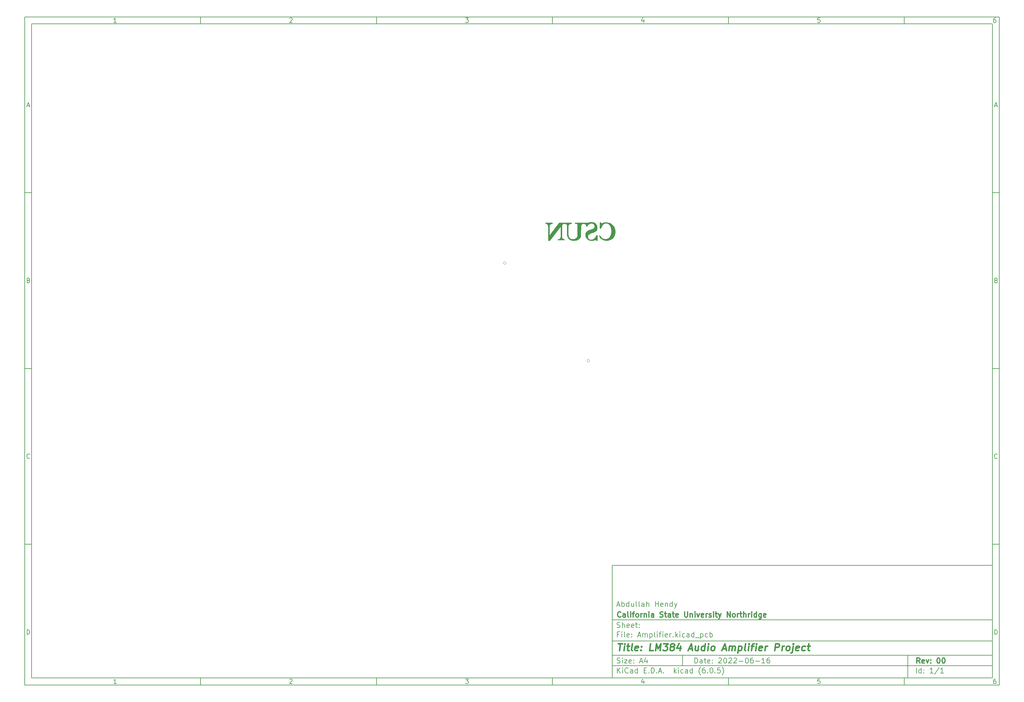
<source format=gbo>
%TF.GenerationSoftware,KiCad,Pcbnew,(6.0.5)*%
%TF.CreationDate,2022-06-17T11:53:50-07:00*%
%TF.ProjectId,Amplifier,416d706c-6966-4696-9572-2e6b69636164,00*%
%TF.SameCoordinates,Original*%
%TF.FileFunction,Legend,Bot*%
%TF.FilePolarity,Positive*%
%FSLAX46Y46*%
G04 Gerber Fmt 4.6, Leading zero omitted, Abs format (unit mm)*
G04 Created by KiCad (PCBNEW (6.0.5)) date 2022-06-17 11:53:50*
%MOMM*%
%LPD*%
G01*
G04 APERTURE LIST*
%ADD10C,0.100000*%
%ADD11C,0.150000*%
%ADD12C,0.300000*%
%ADD13C,0.400000*%
%ADD14C,0.120000*%
G04 APERTURE END LIST*
D10*
D11*
X177002200Y-166007200D02*
X177002200Y-198007200D01*
X285002200Y-198007200D01*
X285002200Y-166007200D01*
X177002200Y-166007200D01*
D10*
D11*
X10000000Y-10000000D02*
X10000000Y-200007200D01*
X287002200Y-200007200D01*
X287002200Y-10000000D01*
X10000000Y-10000000D01*
D10*
D11*
X12000000Y-12000000D02*
X12000000Y-198007200D01*
X285002200Y-198007200D01*
X285002200Y-12000000D01*
X12000000Y-12000000D01*
D10*
D11*
X60000000Y-12000000D02*
X60000000Y-10000000D01*
D10*
D11*
X110000000Y-12000000D02*
X110000000Y-10000000D01*
D10*
D11*
X160000000Y-12000000D02*
X160000000Y-10000000D01*
D10*
D11*
X210000000Y-12000000D02*
X210000000Y-10000000D01*
D10*
D11*
X260000000Y-12000000D02*
X260000000Y-10000000D01*
D10*
D11*
X36065476Y-11588095D02*
X35322619Y-11588095D01*
X35694047Y-11588095D02*
X35694047Y-10288095D01*
X35570238Y-10473809D01*
X35446428Y-10597619D01*
X35322619Y-10659523D01*
D10*
D11*
X85322619Y-10411904D02*
X85384523Y-10350000D01*
X85508333Y-10288095D01*
X85817857Y-10288095D01*
X85941666Y-10350000D01*
X86003571Y-10411904D01*
X86065476Y-10535714D01*
X86065476Y-10659523D01*
X86003571Y-10845238D01*
X85260714Y-11588095D01*
X86065476Y-11588095D01*
D10*
D11*
X135260714Y-10288095D02*
X136065476Y-10288095D01*
X135632142Y-10783333D01*
X135817857Y-10783333D01*
X135941666Y-10845238D01*
X136003571Y-10907142D01*
X136065476Y-11030952D01*
X136065476Y-11340476D01*
X136003571Y-11464285D01*
X135941666Y-11526190D01*
X135817857Y-11588095D01*
X135446428Y-11588095D01*
X135322619Y-11526190D01*
X135260714Y-11464285D01*
D10*
D11*
X185941666Y-10721428D02*
X185941666Y-11588095D01*
X185632142Y-10226190D02*
X185322619Y-11154761D01*
X186127380Y-11154761D01*
D10*
D11*
X236003571Y-10288095D02*
X235384523Y-10288095D01*
X235322619Y-10907142D01*
X235384523Y-10845238D01*
X235508333Y-10783333D01*
X235817857Y-10783333D01*
X235941666Y-10845238D01*
X236003571Y-10907142D01*
X236065476Y-11030952D01*
X236065476Y-11340476D01*
X236003571Y-11464285D01*
X235941666Y-11526190D01*
X235817857Y-11588095D01*
X235508333Y-11588095D01*
X235384523Y-11526190D01*
X235322619Y-11464285D01*
D10*
D11*
X285941666Y-10288095D02*
X285694047Y-10288095D01*
X285570238Y-10350000D01*
X285508333Y-10411904D01*
X285384523Y-10597619D01*
X285322619Y-10845238D01*
X285322619Y-11340476D01*
X285384523Y-11464285D01*
X285446428Y-11526190D01*
X285570238Y-11588095D01*
X285817857Y-11588095D01*
X285941666Y-11526190D01*
X286003571Y-11464285D01*
X286065476Y-11340476D01*
X286065476Y-11030952D01*
X286003571Y-10907142D01*
X285941666Y-10845238D01*
X285817857Y-10783333D01*
X285570238Y-10783333D01*
X285446428Y-10845238D01*
X285384523Y-10907142D01*
X285322619Y-11030952D01*
D10*
D11*
X60000000Y-198007200D02*
X60000000Y-200007200D01*
D10*
D11*
X110000000Y-198007200D02*
X110000000Y-200007200D01*
D10*
D11*
X160000000Y-198007200D02*
X160000000Y-200007200D01*
D10*
D11*
X210000000Y-198007200D02*
X210000000Y-200007200D01*
D10*
D11*
X260000000Y-198007200D02*
X260000000Y-200007200D01*
D10*
D11*
X36065476Y-199595295D02*
X35322619Y-199595295D01*
X35694047Y-199595295D02*
X35694047Y-198295295D01*
X35570238Y-198481009D01*
X35446428Y-198604819D01*
X35322619Y-198666723D01*
D10*
D11*
X85322619Y-198419104D02*
X85384523Y-198357200D01*
X85508333Y-198295295D01*
X85817857Y-198295295D01*
X85941666Y-198357200D01*
X86003571Y-198419104D01*
X86065476Y-198542914D01*
X86065476Y-198666723D01*
X86003571Y-198852438D01*
X85260714Y-199595295D01*
X86065476Y-199595295D01*
D10*
D11*
X135260714Y-198295295D02*
X136065476Y-198295295D01*
X135632142Y-198790533D01*
X135817857Y-198790533D01*
X135941666Y-198852438D01*
X136003571Y-198914342D01*
X136065476Y-199038152D01*
X136065476Y-199347676D01*
X136003571Y-199471485D01*
X135941666Y-199533390D01*
X135817857Y-199595295D01*
X135446428Y-199595295D01*
X135322619Y-199533390D01*
X135260714Y-199471485D01*
D10*
D11*
X185941666Y-198728628D02*
X185941666Y-199595295D01*
X185632142Y-198233390D02*
X185322619Y-199161961D01*
X186127380Y-199161961D01*
D10*
D11*
X236003571Y-198295295D02*
X235384523Y-198295295D01*
X235322619Y-198914342D01*
X235384523Y-198852438D01*
X235508333Y-198790533D01*
X235817857Y-198790533D01*
X235941666Y-198852438D01*
X236003571Y-198914342D01*
X236065476Y-199038152D01*
X236065476Y-199347676D01*
X236003571Y-199471485D01*
X235941666Y-199533390D01*
X235817857Y-199595295D01*
X235508333Y-199595295D01*
X235384523Y-199533390D01*
X235322619Y-199471485D01*
D10*
D11*
X285941666Y-198295295D02*
X285694047Y-198295295D01*
X285570238Y-198357200D01*
X285508333Y-198419104D01*
X285384523Y-198604819D01*
X285322619Y-198852438D01*
X285322619Y-199347676D01*
X285384523Y-199471485D01*
X285446428Y-199533390D01*
X285570238Y-199595295D01*
X285817857Y-199595295D01*
X285941666Y-199533390D01*
X286003571Y-199471485D01*
X286065476Y-199347676D01*
X286065476Y-199038152D01*
X286003571Y-198914342D01*
X285941666Y-198852438D01*
X285817857Y-198790533D01*
X285570238Y-198790533D01*
X285446428Y-198852438D01*
X285384523Y-198914342D01*
X285322619Y-199038152D01*
D10*
D11*
X10000000Y-60000000D02*
X12000000Y-60000000D01*
D10*
D11*
X10000000Y-110000000D02*
X12000000Y-110000000D01*
D10*
D11*
X10000000Y-160000000D02*
X12000000Y-160000000D01*
D10*
D11*
X10690476Y-35216666D02*
X11309523Y-35216666D01*
X10566666Y-35588095D02*
X11000000Y-34288095D01*
X11433333Y-35588095D01*
D10*
D11*
X11092857Y-84907142D02*
X11278571Y-84969047D01*
X11340476Y-85030952D01*
X11402380Y-85154761D01*
X11402380Y-85340476D01*
X11340476Y-85464285D01*
X11278571Y-85526190D01*
X11154761Y-85588095D01*
X10659523Y-85588095D01*
X10659523Y-84288095D01*
X11092857Y-84288095D01*
X11216666Y-84350000D01*
X11278571Y-84411904D01*
X11340476Y-84535714D01*
X11340476Y-84659523D01*
X11278571Y-84783333D01*
X11216666Y-84845238D01*
X11092857Y-84907142D01*
X10659523Y-84907142D01*
D10*
D11*
X11402380Y-135464285D02*
X11340476Y-135526190D01*
X11154761Y-135588095D01*
X11030952Y-135588095D01*
X10845238Y-135526190D01*
X10721428Y-135402380D01*
X10659523Y-135278571D01*
X10597619Y-135030952D01*
X10597619Y-134845238D01*
X10659523Y-134597619D01*
X10721428Y-134473809D01*
X10845238Y-134350000D01*
X11030952Y-134288095D01*
X11154761Y-134288095D01*
X11340476Y-134350000D01*
X11402380Y-134411904D01*
D10*
D11*
X10659523Y-185588095D02*
X10659523Y-184288095D01*
X10969047Y-184288095D01*
X11154761Y-184350000D01*
X11278571Y-184473809D01*
X11340476Y-184597619D01*
X11402380Y-184845238D01*
X11402380Y-185030952D01*
X11340476Y-185278571D01*
X11278571Y-185402380D01*
X11154761Y-185526190D01*
X10969047Y-185588095D01*
X10659523Y-185588095D01*
D10*
D11*
X287002200Y-60000000D02*
X285002200Y-60000000D01*
D10*
D11*
X287002200Y-110000000D02*
X285002200Y-110000000D01*
D10*
D11*
X287002200Y-160000000D02*
X285002200Y-160000000D01*
D10*
D11*
X285692676Y-35216666D02*
X286311723Y-35216666D01*
X285568866Y-35588095D02*
X286002200Y-34288095D01*
X286435533Y-35588095D01*
D10*
D11*
X286095057Y-84907142D02*
X286280771Y-84969047D01*
X286342676Y-85030952D01*
X286404580Y-85154761D01*
X286404580Y-85340476D01*
X286342676Y-85464285D01*
X286280771Y-85526190D01*
X286156961Y-85588095D01*
X285661723Y-85588095D01*
X285661723Y-84288095D01*
X286095057Y-84288095D01*
X286218866Y-84350000D01*
X286280771Y-84411904D01*
X286342676Y-84535714D01*
X286342676Y-84659523D01*
X286280771Y-84783333D01*
X286218866Y-84845238D01*
X286095057Y-84907142D01*
X285661723Y-84907142D01*
D10*
D11*
X286404580Y-135464285D02*
X286342676Y-135526190D01*
X286156961Y-135588095D01*
X286033152Y-135588095D01*
X285847438Y-135526190D01*
X285723628Y-135402380D01*
X285661723Y-135278571D01*
X285599819Y-135030952D01*
X285599819Y-134845238D01*
X285661723Y-134597619D01*
X285723628Y-134473809D01*
X285847438Y-134350000D01*
X286033152Y-134288095D01*
X286156961Y-134288095D01*
X286342676Y-134350000D01*
X286404580Y-134411904D01*
D10*
D11*
X285661723Y-185588095D02*
X285661723Y-184288095D01*
X285971247Y-184288095D01*
X286156961Y-184350000D01*
X286280771Y-184473809D01*
X286342676Y-184597619D01*
X286404580Y-184845238D01*
X286404580Y-185030952D01*
X286342676Y-185278571D01*
X286280771Y-185402380D01*
X286156961Y-185526190D01*
X285971247Y-185588095D01*
X285661723Y-185588095D01*
D10*
D11*
X200434342Y-193785771D02*
X200434342Y-192285771D01*
X200791485Y-192285771D01*
X201005771Y-192357200D01*
X201148628Y-192500057D01*
X201220057Y-192642914D01*
X201291485Y-192928628D01*
X201291485Y-193142914D01*
X201220057Y-193428628D01*
X201148628Y-193571485D01*
X201005771Y-193714342D01*
X200791485Y-193785771D01*
X200434342Y-193785771D01*
X202577200Y-193785771D02*
X202577200Y-193000057D01*
X202505771Y-192857200D01*
X202362914Y-192785771D01*
X202077200Y-192785771D01*
X201934342Y-192857200D01*
X202577200Y-193714342D02*
X202434342Y-193785771D01*
X202077200Y-193785771D01*
X201934342Y-193714342D01*
X201862914Y-193571485D01*
X201862914Y-193428628D01*
X201934342Y-193285771D01*
X202077200Y-193214342D01*
X202434342Y-193214342D01*
X202577200Y-193142914D01*
X203077200Y-192785771D02*
X203648628Y-192785771D01*
X203291485Y-192285771D02*
X203291485Y-193571485D01*
X203362914Y-193714342D01*
X203505771Y-193785771D01*
X203648628Y-193785771D01*
X204720057Y-193714342D02*
X204577200Y-193785771D01*
X204291485Y-193785771D01*
X204148628Y-193714342D01*
X204077200Y-193571485D01*
X204077200Y-193000057D01*
X204148628Y-192857200D01*
X204291485Y-192785771D01*
X204577200Y-192785771D01*
X204720057Y-192857200D01*
X204791485Y-193000057D01*
X204791485Y-193142914D01*
X204077200Y-193285771D01*
X205434342Y-193642914D02*
X205505771Y-193714342D01*
X205434342Y-193785771D01*
X205362914Y-193714342D01*
X205434342Y-193642914D01*
X205434342Y-193785771D01*
X205434342Y-192857200D02*
X205505771Y-192928628D01*
X205434342Y-193000057D01*
X205362914Y-192928628D01*
X205434342Y-192857200D01*
X205434342Y-193000057D01*
X207220057Y-192428628D02*
X207291485Y-192357200D01*
X207434342Y-192285771D01*
X207791485Y-192285771D01*
X207934342Y-192357200D01*
X208005771Y-192428628D01*
X208077200Y-192571485D01*
X208077200Y-192714342D01*
X208005771Y-192928628D01*
X207148628Y-193785771D01*
X208077200Y-193785771D01*
X209005771Y-192285771D02*
X209148628Y-192285771D01*
X209291485Y-192357200D01*
X209362914Y-192428628D01*
X209434342Y-192571485D01*
X209505771Y-192857200D01*
X209505771Y-193214342D01*
X209434342Y-193500057D01*
X209362914Y-193642914D01*
X209291485Y-193714342D01*
X209148628Y-193785771D01*
X209005771Y-193785771D01*
X208862914Y-193714342D01*
X208791485Y-193642914D01*
X208720057Y-193500057D01*
X208648628Y-193214342D01*
X208648628Y-192857200D01*
X208720057Y-192571485D01*
X208791485Y-192428628D01*
X208862914Y-192357200D01*
X209005771Y-192285771D01*
X210077200Y-192428628D02*
X210148628Y-192357200D01*
X210291485Y-192285771D01*
X210648628Y-192285771D01*
X210791485Y-192357200D01*
X210862914Y-192428628D01*
X210934342Y-192571485D01*
X210934342Y-192714342D01*
X210862914Y-192928628D01*
X210005771Y-193785771D01*
X210934342Y-193785771D01*
X211505771Y-192428628D02*
X211577200Y-192357200D01*
X211720057Y-192285771D01*
X212077200Y-192285771D01*
X212220057Y-192357200D01*
X212291485Y-192428628D01*
X212362914Y-192571485D01*
X212362914Y-192714342D01*
X212291485Y-192928628D01*
X211434342Y-193785771D01*
X212362914Y-193785771D01*
X213005771Y-193214342D02*
X214148628Y-193214342D01*
X215148628Y-192285771D02*
X215291485Y-192285771D01*
X215434342Y-192357200D01*
X215505771Y-192428628D01*
X215577200Y-192571485D01*
X215648628Y-192857200D01*
X215648628Y-193214342D01*
X215577200Y-193500057D01*
X215505771Y-193642914D01*
X215434342Y-193714342D01*
X215291485Y-193785771D01*
X215148628Y-193785771D01*
X215005771Y-193714342D01*
X214934342Y-193642914D01*
X214862914Y-193500057D01*
X214791485Y-193214342D01*
X214791485Y-192857200D01*
X214862914Y-192571485D01*
X214934342Y-192428628D01*
X215005771Y-192357200D01*
X215148628Y-192285771D01*
X216934342Y-192285771D02*
X216648628Y-192285771D01*
X216505771Y-192357200D01*
X216434342Y-192428628D01*
X216291485Y-192642914D01*
X216220057Y-192928628D01*
X216220057Y-193500057D01*
X216291485Y-193642914D01*
X216362914Y-193714342D01*
X216505771Y-193785771D01*
X216791485Y-193785771D01*
X216934342Y-193714342D01*
X217005771Y-193642914D01*
X217077200Y-193500057D01*
X217077200Y-193142914D01*
X217005771Y-193000057D01*
X216934342Y-192928628D01*
X216791485Y-192857200D01*
X216505771Y-192857200D01*
X216362914Y-192928628D01*
X216291485Y-193000057D01*
X216220057Y-193142914D01*
X217720057Y-193214342D02*
X218862914Y-193214342D01*
X220362914Y-193785771D02*
X219505771Y-193785771D01*
X219934342Y-193785771D02*
X219934342Y-192285771D01*
X219791485Y-192500057D01*
X219648628Y-192642914D01*
X219505771Y-192714342D01*
X221648628Y-192285771D02*
X221362914Y-192285771D01*
X221220057Y-192357200D01*
X221148628Y-192428628D01*
X221005771Y-192642914D01*
X220934342Y-192928628D01*
X220934342Y-193500057D01*
X221005771Y-193642914D01*
X221077200Y-193714342D01*
X221220057Y-193785771D01*
X221505771Y-193785771D01*
X221648628Y-193714342D01*
X221720057Y-193642914D01*
X221791485Y-193500057D01*
X221791485Y-193142914D01*
X221720057Y-193000057D01*
X221648628Y-192928628D01*
X221505771Y-192857200D01*
X221220057Y-192857200D01*
X221077200Y-192928628D01*
X221005771Y-193000057D01*
X220934342Y-193142914D01*
D10*
D11*
X177002200Y-194507200D02*
X285002200Y-194507200D01*
D10*
D11*
X178434342Y-196585771D02*
X178434342Y-195085771D01*
X179291485Y-196585771D02*
X178648628Y-195728628D01*
X179291485Y-195085771D02*
X178434342Y-195942914D01*
X179934342Y-196585771D02*
X179934342Y-195585771D01*
X179934342Y-195085771D02*
X179862914Y-195157200D01*
X179934342Y-195228628D01*
X180005771Y-195157200D01*
X179934342Y-195085771D01*
X179934342Y-195228628D01*
X181505771Y-196442914D02*
X181434342Y-196514342D01*
X181220057Y-196585771D01*
X181077200Y-196585771D01*
X180862914Y-196514342D01*
X180720057Y-196371485D01*
X180648628Y-196228628D01*
X180577200Y-195942914D01*
X180577200Y-195728628D01*
X180648628Y-195442914D01*
X180720057Y-195300057D01*
X180862914Y-195157200D01*
X181077200Y-195085771D01*
X181220057Y-195085771D01*
X181434342Y-195157200D01*
X181505771Y-195228628D01*
X182791485Y-196585771D02*
X182791485Y-195800057D01*
X182720057Y-195657200D01*
X182577200Y-195585771D01*
X182291485Y-195585771D01*
X182148628Y-195657200D01*
X182791485Y-196514342D02*
X182648628Y-196585771D01*
X182291485Y-196585771D01*
X182148628Y-196514342D01*
X182077200Y-196371485D01*
X182077200Y-196228628D01*
X182148628Y-196085771D01*
X182291485Y-196014342D01*
X182648628Y-196014342D01*
X182791485Y-195942914D01*
X184148628Y-196585771D02*
X184148628Y-195085771D01*
X184148628Y-196514342D02*
X184005771Y-196585771D01*
X183720057Y-196585771D01*
X183577200Y-196514342D01*
X183505771Y-196442914D01*
X183434342Y-196300057D01*
X183434342Y-195871485D01*
X183505771Y-195728628D01*
X183577200Y-195657200D01*
X183720057Y-195585771D01*
X184005771Y-195585771D01*
X184148628Y-195657200D01*
X186005771Y-195800057D02*
X186505771Y-195800057D01*
X186720057Y-196585771D02*
X186005771Y-196585771D01*
X186005771Y-195085771D01*
X186720057Y-195085771D01*
X187362914Y-196442914D02*
X187434342Y-196514342D01*
X187362914Y-196585771D01*
X187291485Y-196514342D01*
X187362914Y-196442914D01*
X187362914Y-196585771D01*
X188077200Y-196585771D02*
X188077200Y-195085771D01*
X188434342Y-195085771D01*
X188648628Y-195157200D01*
X188791485Y-195300057D01*
X188862914Y-195442914D01*
X188934342Y-195728628D01*
X188934342Y-195942914D01*
X188862914Y-196228628D01*
X188791485Y-196371485D01*
X188648628Y-196514342D01*
X188434342Y-196585771D01*
X188077200Y-196585771D01*
X189577200Y-196442914D02*
X189648628Y-196514342D01*
X189577200Y-196585771D01*
X189505771Y-196514342D01*
X189577200Y-196442914D01*
X189577200Y-196585771D01*
X190220057Y-196157200D02*
X190934342Y-196157200D01*
X190077200Y-196585771D02*
X190577200Y-195085771D01*
X191077200Y-196585771D01*
X191577200Y-196442914D02*
X191648628Y-196514342D01*
X191577200Y-196585771D01*
X191505771Y-196514342D01*
X191577200Y-196442914D01*
X191577200Y-196585771D01*
X194577200Y-196585771D02*
X194577200Y-195085771D01*
X194720057Y-196014342D02*
X195148628Y-196585771D01*
X195148628Y-195585771D02*
X194577200Y-196157200D01*
X195791485Y-196585771D02*
X195791485Y-195585771D01*
X195791485Y-195085771D02*
X195720057Y-195157200D01*
X195791485Y-195228628D01*
X195862914Y-195157200D01*
X195791485Y-195085771D01*
X195791485Y-195228628D01*
X197148628Y-196514342D02*
X197005771Y-196585771D01*
X196720057Y-196585771D01*
X196577200Y-196514342D01*
X196505771Y-196442914D01*
X196434342Y-196300057D01*
X196434342Y-195871485D01*
X196505771Y-195728628D01*
X196577200Y-195657200D01*
X196720057Y-195585771D01*
X197005771Y-195585771D01*
X197148628Y-195657200D01*
X198434342Y-196585771D02*
X198434342Y-195800057D01*
X198362914Y-195657200D01*
X198220057Y-195585771D01*
X197934342Y-195585771D01*
X197791485Y-195657200D01*
X198434342Y-196514342D02*
X198291485Y-196585771D01*
X197934342Y-196585771D01*
X197791485Y-196514342D01*
X197720057Y-196371485D01*
X197720057Y-196228628D01*
X197791485Y-196085771D01*
X197934342Y-196014342D01*
X198291485Y-196014342D01*
X198434342Y-195942914D01*
X199791485Y-196585771D02*
X199791485Y-195085771D01*
X199791485Y-196514342D02*
X199648628Y-196585771D01*
X199362914Y-196585771D01*
X199220057Y-196514342D01*
X199148628Y-196442914D01*
X199077200Y-196300057D01*
X199077200Y-195871485D01*
X199148628Y-195728628D01*
X199220057Y-195657200D01*
X199362914Y-195585771D01*
X199648628Y-195585771D01*
X199791485Y-195657200D01*
X202077200Y-197157200D02*
X202005771Y-197085771D01*
X201862914Y-196871485D01*
X201791485Y-196728628D01*
X201720057Y-196514342D01*
X201648628Y-196157200D01*
X201648628Y-195871485D01*
X201720057Y-195514342D01*
X201791485Y-195300057D01*
X201862914Y-195157200D01*
X202005771Y-194942914D01*
X202077200Y-194871485D01*
X203291485Y-195085771D02*
X203005771Y-195085771D01*
X202862914Y-195157200D01*
X202791485Y-195228628D01*
X202648628Y-195442914D01*
X202577200Y-195728628D01*
X202577200Y-196300057D01*
X202648628Y-196442914D01*
X202720057Y-196514342D01*
X202862914Y-196585771D01*
X203148628Y-196585771D01*
X203291485Y-196514342D01*
X203362914Y-196442914D01*
X203434342Y-196300057D01*
X203434342Y-195942914D01*
X203362914Y-195800057D01*
X203291485Y-195728628D01*
X203148628Y-195657200D01*
X202862914Y-195657200D01*
X202720057Y-195728628D01*
X202648628Y-195800057D01*
X202577200Y-195942914D01*
X204077200Y-196442914D02*
X204148628Y-196514342D01*
X204077200Y-196585771D01*
X204005771Y-196514342D01*
X204077200Y-196442914D01*
X204077200Y-196585771D01*
X205077200Y-195085771D02*
X205220057Y-195085771D01*
X205362914Y-195157200D01*
X205434342Y-195228628D01*
X205505771Y-195371485D01*
X205577200Y-195657200D01*
X205577200Y-196014342D01*
X205505771Y-196300057D01*
X205434342Y-196442914D01*
X205362914Y-196514342D01*
X205220057Y-196585771D01*
X205077200Y-196585771D01*
X204934342Y-196514342D01*
X204862914Y-196442914D01*
X204791485Y-196300057D01*
X204720057Y-196014342D01*
X204720057Y-195657200D01*
X204791485Y-195371485D01*
X204862914Y-195228628D01*
X204934342Y-195157200D01*
X205077200Y-195085771D01*
X206220057Y-196442914D02*
X206291485Y-196514342D01*
X206220057Y-196585771D01*
X206148628Y-196514342D01*
X206220057Y-196442914D01*
X206220057Y-196585771D01*
X207648628Y-195085771D02*
X206934342Y-195085771D01*
X206862914Y-195800057D01*
X206934342Y-195728628D01*
X207077200Y-195657200D01*
X207434342Y-195657200D01*
X207577200Y-195728628D01*
X207648628Y-195800057D01*
X207720057Y-195942914D01*
X207720057Y-196300057D01*
X207648628Y-196442914D01*
X207577200Y-196514342D01*
X207434342Y-196585771D01*
X207077200Y-196585771D01*
X206934342Y-196514342D01*
X206862914Y-196442914D01*
X208220057Y-197157200D02*
X208291485Y-197085771D01*
X208434342Y-196871485D01*
X208505771Y-196728628D01*
X208577200Y-196514342D01*
X208648628Y-196157200D01*
X208648628Y-195871485D01*
X208577200Y-195514342D01*
X208505771Y-195300057D01*
X208434342Y-195157200D01*
X208291485Y-194942914D01*
X208220057Y-194871485D01*
D10*
D11*
X177002200Y-191507200D02*
X285002200Y-191507200D01*
D10*
D12*
X264411485Y-193785771D02*
X263911485Y-193071485D01*
X263554342Y-193785771D02*
X263554342Y-192285771D01*
X264125771Y-192285771D01*
X264268628Y-192357200D01*
X264340057Y-192428628D01*
X264411485Y-192571485D01*
X264411485Y-192785771D01*
X264340057Y-192928628D01*
X264268628Y-193000057D01*
X264125771Y-193071485D01*
X263554342Y-193071485D01*
X265625771Y-193714342D02*
X265482914Y-193785771D01*
X265197200Y-193785771D01*
X265054342Y-193714342D01*
X264982914Y-193571485D01*
X264982914Y-193000057D01*
X265054342Y-192857200D01*
X265197200Y-192785771D01*
X265482914Y-192785771D01*
X265625771Y-192857200D01*
X265697200Y-193000057D01*
X265697200Y-193142914D01*
X264982914Y-193285771D01*
X266197200Y-192785771D02*
X266554342Y-193785771D01*
X266911485Y-192785771D01*
X267482914Y-193642914D02*
X267554342Y-193714342D01*
X267482914Y-193785771D01*
X267411485Y-193714342D01*
X267482914Y-193642914D01*
X267482914Y-193785771D01*
X267482914Y-192857200D02*
X267554342Y-192928628D01*
X267482914Y-193000057D01*
X267411485Y-192928628D01*
X267482914Y-192857200D01*
X267482914Y-193000057D01*
X269625771Y-192285771D02*
X269768628Y-192285771D01*
X269911485Y-192357200D01*
X269982914Y-192428628D01*
X270054342Y-192571485D01*
X270125771Y-192857200D01*
X270125771Y-193214342D01*
X270054342Y-193500057D01*
X269982914Y-193642914D01*
X269911485Y-193714342D01*
X269768628Y-193785771D01*
X269625771Y-193785771D01*
X269482914Y-193714342D01*
X269411485Y-193642914D01*
X269340057Y-193500057D01*
X269268628Y-193214342D01*
X269268628Y-192857200D01*
X269340057Y-192571485D01*
X269411485Y-192428628D01*
X269482914Y-192357200D01*
X269625771Y-192285771D01*
X271054342Y-192285771D02*
X271197200Y-192285771D01*
X271340057Y-192357200D01*
X271411485Y-192428628D01*
X271482914Y-192571485D01*
X271554342Y-192857200D01*
X271554342Y-193214342D01*
X271482914Y-193500057D01*
X271411485Y-193642914D01*
X271340057Y-193714342D01*
X271197200Y-193785771D01*
X271054342Y-193785771D01*
X270911485Y-193714342D01*
X270840057Y-193642914D01*
X270768628Y-193500057D01*
X270697200Y-193214342D01*
X270697200Y-192857200D01*
X270768628Y-192571485D01*
X270840057Y-192428628D01*
X270911485Y-192357200D01*
X271054342Y-192285771D01*
D10*
D11*
X178362914Y-193714342D02*
X178577200Y-193785771D01*
X178934342Y-193785771D01*
X179077200Y-193714342D01*
X179148628Y-193642914D01*
X179220057Y-193500057D01*
X179220057Y-193357200D01*
X179148628Y-193214342D01*
X179077200Y-193142914D01*
X178934342Y-193071485D01*
X178648628Y-193000057D01*
X178505771Y-192928628D01*
X178434342Y-192857200D01*
X178362914Y-192714342D01*
X178362914Y-192571485D01*
X178434342Y-192428628D01*
X178505771Y-192357200D01*
X178648628Y-192285771D01*
X179005771Y-192285771D01*
X179220057Y-192357200D01*
X179862914Y-193785771D02*
X179862914Y-192785771D01*
X179862914Y-192285771D02*
X179791485Y-192357200D01*
X179862914Y-192428628D01*
X179934342Y-192357200D01*
X179862914Y-192285771D01*
X179862914Y-192428628D01*
X180434342Y-192785771D02*
X181220057Y-192785771D01*
X180434342Y-193785771D01*
X181220057Y-193785771D01*
X182362914Y-193714342D02*
X182220057Y-193785771D01*
X181934342Y-193785771D01*
X181791485Y-193714342D01*
X181720057Y-193571485D01*
X181720057Y-193000057D01*
X181791485Y-192857200D01*
X181934342Y-192785771D01*
X182220057Y-192785771D01*
X182362914Y-192857200D01*
X182434342Y-193000057D01*
X182434342Y-193142914D01*
X181720057Y-193285771D01*
X183077200Y-193642914D02*
X183148628Y-193714342D01*
X183077200Y-193785771D01*
X183005771Y-193714342D01*
X183077200Y-193642914D01*
X183077200Y-193785771D01*
X183077200Y-192857200D02*
X183148628Y-192928628D01*
X183077200Y-193000057D01*
X183005771Y-192928628D01*
X183077200Y-192857200D01*
X183077200Y-193000057D01*
X184862914Y-193357200D02*
X185577200Y-193357200D01*
X184720057Y-193785771D02*
X185220057Y-192285771D01*
X185720057Y-193785771D01*
X186862914Y-192785771D02*
X186862914Y-193785771D01*
X186505771Y-192214342D02*
X186148628Y-193285771D01*
X187077200Y-193285771D01*
D10*
D11*
X263434342Y-196585771D02*
X263434342Y-195085771D01*
X264791485Y-196585771D02*
X264791485Y-195085771D01*
X264791485Y-196514342D02*
X264648628Y-196585771D01*
X264362914Y-196585771D01*
X264220057Y-196514342D01*
X264148628Y-196442914D01*
X264077200Y-196300057D01*
X264077200Y-195871485D01*
X264148628Y-195728628D01*
X264220057Y-195657200D01*
X264362914Y-195585771D01*
X264648628Y-195585771D01*
X264791485Y-195657200D01*
X265505771Y-196442914D02*
X265577200Y-196514342D01*
X265505771Y-196585771D01*
X265434342Y-196514342D01*
X265505771Y-196442914D01*
X265505771Y-196585771D01*
X265505771Y-195657200D02*
X265577200Y-195728628D01*
X265505771Y-195800057D01*
X265434342Y-195728628D01*
X265505771Y-195657200D01*
X265505771Y-195800057D01*
X268148628Y-196585771D02*
X267291485Y-196585771D01*
X267720057Y-196585771D02*
X267720057Y-195085771D01*
X267577200Y-195300057D01*
X267434342Y-195442914D01*
X267291485Y-195514342D01*
X269862914Y-195014342D02*
X268577200Y-196942914D01*
X271148628Y-196585771D02*
X270291485Y-196585771D01*
X270720057Y-196585771D02*
X270720057Y-195085771D01*
X270577200Y-195300057D01*
X270434342Y-195442914D01*
X270291485Y-195514342D01*
D10*
D11*
X177002200Y-187507200D02*
X285002200Y-187507200D01*
D10*
D13*
X178714580Y-188211961D02*
X179857438Y-188211961D01*
X179036009Y-190211961D02*
X179286009Y-188211961D01*
X180274104Y-190211961D02*
X180440771Y-188878628D01*
X180524104Y-188211961D02*
X180416961Y-188307200D01*
X180500295Y-188402438D01*
X180607438Y-188307200D01*
X180524104Y-188211961D01*
X180500295Y-188402438D01*
X181107438Y-188878628D02*
X181869342Y-188878628D01*
X181476485Y-188211961D02*
X181262200Y-189926247D01*
X181333628Y-190116723D01*
X181512200Y-190211961D01*
X181702676Y-190211961D01*
X182655057Y-190211961D02*
X182476485Y-190116723D01*
X182405057Y-189926247D01*
X182619342Y-188211961D01*
X184190771Y-190116723D02*
X183988390Y-190211961D01*
X183607438Y-190211961D01*
X183428866Y-190116723D01*
X183357438Y-189926247D01*
X183452676Y-189164342D01*
X183571723Y-188973866D01*
X183774104Y-188878628D01*
X184155057Y-188878628D01*
X184333628Y-188973866D01*
X184405057Y-189164342D01*
X184381247Y-189354819D01*
X183405057Y-189545295D01*
X185155057Y-190021485D02*
X185238390Y-190116723D01*
X185131247Y-190211961D01*
X185047914Y-190116723D01*
X185155057Y-190021485D01*
X185131247Y-190211961D01*
X185286009Y-188973866D02*
X185369342Y-189069104D01*
X185262200Y-189164342D01*
X185178866Y-189069104D01*
X185286009Y-188973866D01*
X185262200Y-189164342D01*
X188559819Y-190211961D02*
X187607438Y-190211961D01*
X187857438Y-188211961D01*
X189226485Y-190211961D02*
X189476485Y-188211961D01*
X189964580Y-189640533D01*
X190809819Y-188211961D01*
X190559819Y-190211961D01*
X191571723Y-188211961D02*
X192809819Y-188211961D01*
X192047914Y-188973866D01*
X192333628Y-188973866D01*
X192512200Y-189069104D01*
X192595533Y-189164342D01*
X192666961Y-189354819D01*
X192607438Y-189831009D01*
X192488390Y-190021485D01*
X192381247Y-190116723D01*
X192178866Y-190211961D01*
X191607438Y-190211961D01*
X191428866Y-190116723D01*
X191345533Y-190021485D01*
X193845533Y-189069104D02*
X193666961Y-188973866D01*
X193583628Y-188878628D01*
X193512200Y-188688152D01*
X193524104Y-188592914D01*
X193643152Y-188402438D01*
X193750295Y-188307200D01*
X193952676Y-188211961D01*
X194333628Y-188211961D01*
X194512200Y-188307200D01*
X194595533Y-188402438D01*
X194666961Y-188592914D01*
X194655057Y-188688152D01*
X194536009Y-188878628D01*
X194428866Y-188973866D01*
X194226485Y-189069104D01*
X193845533Y-189069104D01*
X193643152Y-189164342D01*
X193536009Y-189259580D01*
X193416961Y-189450057D01*
X193369342Y-189831009D01*
X193440771Y-190021485D01*
X193524104Y-190116723D01*
X193702676Y-190211961D01*
X194083628Y-190211961D01*
X194286009Y-190116723D01*
X194393152Y-190021485D01*
X194512200Y-189831009D01*
X194559819Y-189450057D01*
X194488390Y-189259580D01*
X194405057Y-189164342D01*
X194226485Y-189069104D01*
X196345533Y-188878628D02*
X196178866Y-190211961D01*
X195964580Y-188116723D02*
X195309819Y-189545295D01*
X196547914Y-189545295D01*
X198726485Y-189640533D02*
X199678866Y-189640533D01*
X198464580Y-190211961D02*
X199381247Y-188211961D01*
X199797914Y-190211961D01*
X201488390Y-188878628D02*
X201321723Y-190211961D01*
X200631247Y-188878628D02*
X200500295Y-189926247D01*
X200571723Y-190116723D01*
X200750295Y-190211961D01*
X201036009Y-190211961D01*
X201238390Y-190116723D01*
X201345533Y-190021485D01*
X203131247Y-190211961D02*
X203381247Y-188211961D01*
X203143152Y-190116723D02*
X202940771Y-190211961D01*
X202559819Y-190211961D01*
X202381247Y-190116723D01*
X202297914Y-190021485D01*
X202226485Y-189831009D01*
X202297914Y-189259580D01*
X202416961Y-189069104D01*
X202524104Y-188973866D01*
X202726485Y-188878628D01*
X203107438Y-188878628D01*
X203286009Y-188973866D01*
X204083628Y-190211961D02*
X204250295Y-188878628D01*
X204333628Y-188211961D02*
X204226485Y-188307200D01*
X204309819Y-188402438D01*
X204416961Y-188307200D01*
X204333628Y-188211961D01*
X204309819Y-188402438D01*
X205321723Y-190211961D02*
X205143152Y-190116723D01*
X205059819Y-190021485D01*
X204988390Y-189831009D01*
X205059819Y-189259580D01*
X205178866Y-189069104D01*
X205286009Y-188973866D01*
X205488390Y-188878628D01*
X205774104Y-188878628D01*
X205952676Y-188973866D01*
X206036009Y-189069104D01*
X206107438Y-189259580D01*
X206036009Y-189831009D01*
X205916961Y-190021485D01*
X205809819Y-190116723D01*
X205607438Y-190211961D01*
X205321723Y-190211961D01*
X208345533Y-189640533D02*
X209297914Y-189640533D01*
X208083628Y-190211961D02*
X209000295Y-188211961D01*
X209416961Y-190211961D01*
X210083628Y-190211961D02*
X210250295Y-188878628D01*
X210226485Y-189069104D02*
X210333628Y-188973866D01*
X210536009Y-188878628D01*
X210821723Y-188878628D01*
X211000295Y-188973866D01*
X211071723Y-189164342D01*
X210940771Y-190211961D01*
X211071723Y-189164342D02*
X211190771Y-188973866D01*
X211393152Y-188878628D01*
X211678866Y-188878628D01*
X211857438Y-188973866D01*
X211928866Y-189164342D01*
X211797914Y-190211961D01*
X212916961Y-188878628D02*
X212666961Y-190878628D01*
X212905057Y-188973866D02*
X213107438Y-188878628D01*
X213488390Y-188878628D01*
X213666961Y-188973866D01*
X213750295Y-189069104D01*
X213821723Y-189259580D01*
X213750295Y-189831009D01*
X213631247Y-190021485D01*
X213524104Y-190116723D01*
X213321723Y-190211961D01*
X212940771Y-190211961D01*
X212762200Y-190116723D01*
X214845533Y-190211961D02*
X214666961Y-190116723D01*
X214595533Y-189926247D01*
X214809819Y-188211961D01*
X215607438Y-190211961D02*
X215774104Y-188878628D01*
X215857438Y-188211961D02*
X215750295Y-188307200D01*
X215833628Y-188402438D01*
X215940771Y-188307200D01*
X215857438Y-188211961D01*
X215833628Y-188402438D01*
X216440771Y-188878628D02*
X217202676Y-188878628D01*
X216559819Y-190211961D02*
X216774104Y-188497676D01*
X216893152Y-188307200D01*
X217095533Y-188211961D01*
X217286009Y-188211961D01*
X217702676Y-190211961D02*
X217869342Y-188878628D01*
X217952676Y-188211961D02*
X217845533Y-188307200D01*
X217928866Y-188402438D01*
X218036009Y-188307200D01*
X217952676Y-188211961D01*
X217928866Y-188402438D01*
X219428866Y-190116723D02*
X219226485Y-190211961D01*
X218845533Y-190211961D01*
X218666961Y-190116723D01*
X218595533Y-189926247D01*
X218690771Y-189164342D01*
X218809819Y-188973866D01*
X219012200Y-188878628D01*
X219393152Y-188878628D01*
X219571723Y-188973866D01*
X219643152Y-189164342D01*
X219619342Y-189354819D01*
X218643152Y-189545295D01*
X220369342Y-190211961D02*
X220536009Y-188878628D01*
X220488390Y-189259580D02*
X220607438Y-189069104D01*
X220714580Y-188973866D01*
X220916961Y-188878628D01*
X221107438Y-188878628D01*
X223131247Y-190211961D02*
X223381247Y-188211961D01*
X224143152Y-188211961D01*
X224321723Y-188307200D01*
X224405057Y-188402438D01*
X224476485Y-188592914D01*
X224440771Y-188878628D01*
X224321723Y-189069104D01*
X224214580Y-189164342D01*
X224012200Y-189259580D01*
X223250295Y-189259580D01*
X225131247Y-190211961D02*
X225297914Y-188878628D01*
X225250295Y-189259580D02*
X225369342Y-189069104D01*
X225476485Y-188973866D01*
X225678866Y-188878628D01*
X225869342Y-188878628D01*
X226655057Y-190211961D02*
X226476485Y-190116723D01*
X226393152Y-190021485D01*
X226321723Y-189831009D01*
X226393152Y-189259580D01*
X226512200Y-189069104D01*
X226619342Y-188973866D01*
X226821723Y-188878628D01*
X227107438Y-188878628D01*
X227286009Y-188973866D01*
X227369342Y-189069104D01*
X227440771Y-189259580D01*
X227369342Y-189831009D01*
X227250295Y-190021485D01*
X227143152Y-190116723D01*
X226940771Y-190211961D01*
X226655057Y-190211961D01*
X228345533Y-188878628D02*
X228131247Y-190592914D01*
X228012200Y-190783390D01*
X227809819Y-190878628D01*
X227714580Y-190878628D01*
X228428866Y-188211961D02*
X228321723Y-188307200D01*
X228405057Y-188402438D01*
X228512200Y-188307200D01*
X228428866Y-188211961D01*
X228405057Y-188402438D01*
X229905057Y-190116723D02*
X229702676Y-190211961D01*
X229321723Y-190211961D01*
X229143152Y-190116723D01*
X229071723Y-189926247D01*
X229166961Y-189164342D01*
X229286009Y-188973866D01*
X229488390Y-188878628D01*
X229869342Y-188878628D01*
X230047914Y-188973866D01*
X230119342Y-189164342D01*
X230095533Y-189354819D01*
X229119342Y-189545295D01*
X231714580Y-190116723D02*
X231512200Y-190211961D01*
X231131247Y-190211961D01*
X230952676Y-190116723D01*
X230869342Y-190021485D01*
X230797914Y-189831009D01*
X230869342Y-189259580D01*
X230988390Y-189069104D01*
X231095533Y-188973866D01*
X231297914Y-188878628D01*
X231678866Y-188878628D01*
X231857438Y-188973866D01*
X232440771Y-188878628D02*
X233202676Y-188878628D01*
X232809819Y-188211961D02*
X232595533Y-189926247D01*
X232666961Y-190116723D01*
X232845533Y-190211961D01*
X233036009Y-190211961D01*
D10*
D11*
X178934342Y-185600057D02*
X178434342Y-185600057D01*
X178434342Y-186385771D02*
X178434342Y-184885771D01*
X179148628Y-184885771D01*
X179720057Y-186385771D02*
X179720057Y-185385771D01*
X179720057Y-184885771D02*
X179648628Y-184957200D01*
X179720057Y-185028628D01*
X179791485Y-184957200D01*
X179720057Y-184885771D01*
X179720057Y-185028628D01*
X180648628Y-186385771D02*
X180505771Y-186314342D01*
X180434342Y-186171485D01*
X180434342Y-184885771D01*
X181791485Y-186314342D02*
X181648628Y-186385771D01*
X181362914Y-186385771D01*
X181220057Y-186314342D01*
X181148628Y-186171485D01*
X181148628Y-185600057D01*
X181220057Y-185457200D01*
X181362914Y-185385771D01*
X181648628Y-185385771D01*
X181791485Y-185457200D01*
X181862914Y-185600057D01*
X181862914Y-185742914D01*
X181148628Y-185885771D01*
X182505771Y-186242914D02*
X182577200Y-186314342D01*
X182505771Y-186385771D01*
X182434342Y-186314342D01*
X182505771Y-186242914D01*
X182505771Y-186385771D01*
X182505771Y-185457200D02*
X182577200Y-185528628D01*
X182505771Y-185600057D01*
X182434342Y-185528628D01*
X182505771Y-185457200D01*
X182505771Y-185600057D01*
X184291485Y-185957200D02*
X185005771Y-185957200D01*
X184148628Y-186385771D02*
X184648628Y-184885771D01*
X185148628Y-186385771D01*
X185648628Y-186385771D02*
X185648628Y-185385771D01*
X185648628Y-185528628D02*
X185720057Y-185457200D01*
X185862914Y-185385771D01*
X186077200Y-185385771D01*
X186220057Y-185457200D01*
X186291485Y-185600057D01*
X186291485Y-186385771D01*
X186291485Y-185600057D02*
X186362914Y-185457200D01*
X186505771Y-185385771D01*
X186720057Y-185385771D01*
X186862914Y-185457200D01*
X186934342Y-185600057D01*
X186934342Y-186385771D01*
X187648628Y-185385771D02*
X187648628Y-186885771D01*
X187648628Y-185457200D02*
X187791485Y-185385771D01*
X188077200Y-185385771D01*
X188220057Y-185457200D01*
X188291485Y-185528628D01*
X188362914Y-185671485D01*
X188362914Y-186100057D01*
X188291485Y-186242914D01*
X188220057Y-186314342D01*
X188077200Y-186385771D01*
X187791485Y-186385771D01*
X187648628Y-186314342D01*
X189220057Y-186385771D02*
X189077200Y-186314342D01*
X189005771Y-186171485D01*
X189005771Y-184885771D01*
X189791485Y-186385771D02*
X189791485Y-185385771D01*
X189791485Y-184885771D02*
X189720057Y-184957200D01*
X189791485Y-185028628D01*
X189862914Y-184957200D01*
X189791485Y-184885771D01*
X189791485Y-185028628D01*
X190291485Y-185385771D02*
X190862914Y-185385771D01*
X190505771Y-186385771D02*
X190505771Y-185100057D01*
X190577200Y-184957200D01*
X190720057Y-184885771D01*
X190862914Y-184885771D01*
X191362914Y-186385771D02*
X191362914Y-185385771D01*
X191362914Y-184885771D02*
X191291485Y-184957200D01*
X191362914Y-185028628D01*
X191434342Y-184957200D01*
X191362914Y-184885771D01*
X191362914Y-185028628D01*
X192648628Y-186314342D02*
X192505771Y-186385771D01*
X192220057Y-186385771D01*
X192077200Y-186314342D01*
X192005771Y-186171485D01*
X192005771Y-185600057D01*
X192077200Y-185457200D01*
X192220057Y-185385771D01*
X192505771Y-185385771D01*
X192648628Y-185457200D01*
X192720057Y-185600057D01*
X192720057Y-185742914D01*
X192005771Y-185885771D01*
X193362914Y-186385771D02*
X193362914Y-185385771D01*
X193362914Y-185671485D02*
X193434342Y-185528628D01*
X193505771Y-185457200D01*
X193648628Y-185385771D01*
X193791485Y-185385771D01*
X194291485Y-186242914D02*
X194362914Y-186314342D01*
X194291485Y-186385771D01*
X194220057Y-186314342D01*
X194291485Y-186242914D01*
X194291485Y-186385771D01*
X195005771Y-186385771D02*
X195005771Y-184885771D01*
X195148628Y-185814342D02*
X195577200Y-186385771D01*
X195577200Y-185385771D02*
X195005771Y-185957200D01*
X196220057Y-186385771D02*
X196220057Y-185385771D01*
X196220057Y-184885771D02*
X196148628Y-184957200D01*
X196220057Y-185028628D01*
X196291485Y-184957200D01*
X196220057Y-184885771D01*
X196220057Y-185028628D01*
X197577200Y-186314342D02*
X197434342Y-186385771D01*
X197148628Y-186385771D01*
X197005771Y-186314342D01*
X196934342Y-186242914D01*
X196862914Y-186100057D01*
X196862914Y-185671485D01*
X196934342Y-185528628D01*
X197005771Y-185457200D01*
X197148628Y-185385771D01*
X197434342Y-185385771D01*
X197577200Y-185457200D01*
X198862914Y-186385771D02*
X198862914Y-185600057D01*
X198791485Y-185457200D01*
X198648628Y-185385771D01*
X198362914Y-185385771D01*
X198220057Y-185457200D01*
X198862914Y-186314342D02*
X198720057Y-186385771D01*
X198362914Y-186385771D01*
X198220057Y-186314342D01*
X198148628Y-186171485D01*
X198148628Y-186028628D01*
X198220057Y-185885771D01*
X198362914Y-185814342D01*
X198720057Y-185814342D01*
X198862914Y-185742914D01*
X200220057Y-186385771D02*
X200220057Y-184885771D01*
X200220057Y-186314342D02*
X200077200Y-186385771D01*
X199791485Y-186385771D01*
X199648628Y-186314342D01*
X199577200Y-186242914D01*
X199505771Y-186100057D01*
X199505771Y-185671485D01*
X199577200Y-185528628D01*
X199648628Y-185457200D01*
X199791485Y-185385771D01*
X200077200Y-185385771D01*
X200220057Y-185457200D01*
X200577200Y-186528628D02*
X201720057Y-186528628D01*
X202077200Y-185385771D02*
X202077200Y-186885771D01*
X202077200Y-185457200D02*
X202220057Y-185385771D01*
X202505771Y-185385771D01*
X202648628Y-185457200D01*
X202720057Y-185528628D01*
X202791485Y-185671485D01*
X202791485Y-186100057D01*
X202720057Y-186242914D01*
X202648628Y-186314342D01*
X202505771Y-186385771D01*
X202220057Y-186385771D01*
X202077200Y-186314342D01*
X204077200Y-186314342D02*
X203934342Y-186385771D01*
X203648628Y-186385771D01*
X203505771Y-186314342D01*
X203434342Y-186242914D01*
X203362914Y-186100057D01*
X203362914Y-185671485D01*
X203434342Y-185528628D01*
X203505771Y-185457200D01*
X203648628Y-185385771D01*
X203934342Y-185385771D01*
X204077200Y-185457200D01*
X204720057Y-186385771D02*
X204720057Y-184885771D01*
X204720057Y-185457200D02*
X204862914Y-185385771D01*
X205148628Y-185385771D01*
X205291485Y-185457200D01*
X205362914Y-185528628D01*
X205434342Y-185671485D01*
X205434342Y-186100057D01*
X205362914Y-186242914D01*
X205291485Y-186314342D01*
X205148628Y-186385771D01*
X204862914Y-186385771D01*
X204720057Y-186314342D01*
D10*
D11*
X177002200Y-181507200D02*
X285002200Y-181507200D01*
D10*
D11*
X178362914Y-183614342D02*
X178577200Y-183685771D01*
X178934342Y-183685771D01*
X179077200Y-183614342D01*
X179148628Y-183542914D01*
X179220057Y-183400057D01*
X179220057Y-183257200D01*
X179148628Y-183114342D01*
X179077200Y-183042914D01*
X178934342Y-182971485D01*
X178648628Y-182900057D01*
X178505771Y-182828628D01*
X178434342Y-182757200D01*
X178362914Y-182614342D01*
X178362914Y-182471485D01*
X178434342Y-182328628D01*
X178505771Y-182257200D01*
X178648628Y-182185771D01*
X179005771Y-182185771D01*
X179220057Y-182257200D01*
X179862914Y-183685771D02*
X179862914Y-182185771D01*
X180505771Y-183685771D02*
X180505771Y-182900057D01*
X180434342Y-182757200D01*
X180291485Y-182685771D01*
X180077200Y-182685771D01*
X179934342Y-182757200D01*
X179862914Y-182828628D01*
X181791485Y-183614342D02*
X181648628Y-183685771D01*
X181362914Y-183685771D01*
X181220057Y-183614342D01*
X181148628Y-183471485D01*
X181148628Y-182900057D01*
X181220057Y-182757200D01*
X181362914Y-182685771D01*
X181648628Y-182685771D01*
X181791485Y-182757200D01*
X181862914Y-182900057D01*
X181862914Y-183042914D01*
X181148628Y-183185771D01*
X183077200Y-183614342D02*
X182934342Y-183685771D01*
X182648628Y-183685771D01*
X182505771Y-183614342D01*
X182434342Y-183471485D01*
X182434342Y-182900057D01*
X182505771Y-182757200D01*
X182648628Y-182685771D01*
X182934342Y-182685771D01*
X183077200Y-182757200D01*
X183148628Y-182900057D01*
X183148628Y-183042914D01*
X182434342Y-183185771D01*
X183577200Y-182685771D02*
X184148628Y-182685771D01*
X183791485Y-182185771D02*
X183791485Y-183471485D01*
X183862914Y-183614342D01*
X184005771Y-183685771D01*
X184148628Y-183685771D01*
X184648628Y-183542914D02*
X184720057Y-183614342D01*
X184648628Y-183685771D01*
X184577200Y-183614342D01*
X184648628Y-183542914D01*
X184648628Y-183685771D01*
X184648628Y-182757200D02*
X184720057Y-182828628D01*
X184648628Y-182900057D01*
X184577200Y-182828628D01*
X184648628Y-182757200D01*
X184648628Y-182900057D01*
D10*
D12*
X179411485Y-180542914D02*
X179340057Y-180614342D01*
X179125771Y-180685771D01*
X178982914Y-180685771D01*
X178768628Y-180614342D01*
X178625771Y-180471485D01*
X178554342Y-180328628D01*
X178482914Y-180042914D01*
X178482914Y-179828628D01*
X178554342Y-179542914D01*
X178625771Y-179400057D01*
X178768628Y-179257200D01*
X178982914Y-179185771D01*
X179125771Y-179185771D01*
X179340057Y-179257200D01*
X179411485Y-179328628D01*
X180697200Y-180685771D02*
X180697200Y-179900057D01*
X180625771Y-179757200D01*
X180482914Y-179685771D01*
X180197200Y-179685771D01*
X180054342Y-179757200D01*
X180697200Y-180614342D02*
X180554342Y-180685771D01*
X180197200Y-180685771D01*
X180054342Y-180614342D01*
X179982914Y-180471485D01*
X179982914Y-180328628D01*
X180054342Y-180185771D01*
X180197200Y-180114342D01*
X180554342Y-180114342D01*
X180697200Y-180042914D01*
X181625771Y-180685771D02*
X181482914Y-180614342D01*
X181411485Y-180471485D01*
X181411485Y-179185771D01*
X182197200Y-180685771D02*
X182197200Y-179685771D01*
X182197200Y-179185771D02*
X182125771Y-179257200D01*
X182197200Y-179328628D01*
X182268628Y-179257200D01*
X182197200Y-179185771D01*
X182197200Y-179328628D01*
X182697200Y-179685771D02*
X183268628Y-179685771D01*
X182911485Y-180685771D02*
X182911485Y-179400057D01*
X182982914Y-179257200D01*
X183125771Y-179185771D01*
X183268628Y-179185771D01*
X183982914Y-180685771D02*
X183840057Y-180614342D01*
X183768628Y-180542914D01*
X183697200Y-180400057D01*
X183697200Y-179971485D01*
X183768628Y-179828628D01*
X183840057Y-179757200D01*
X183982914Y-179685771D01*
X184197200Y-179685771D01*
X184340057Y-179757200D01*
X184411485Y-179828628D01*
X184482914Y-179971485D01*
X184482914Y-180400057D01*
X184411485Y-180542914D01*
X184340057Y-180614342D01*
X184197200Y-180685771D01*
X183982914Y-180685771D01*
X185125771Y-180685771D02*
X185125771Y-179685771D01*
X185125771Y-179971485D02*
X185197200Y-179828628D01*
X185268628Y-179757200D01*
X185411485Y-179685771D01*
X185554342Y-179685771D01*
X186054342Y-179685771D02*
X186054342Y-180685771D01*
X186054342Y-179828628D02*
X186125771Y-179757200D01*
X186268628Y-179685771D01*
X186482914Y-179685771D01*
X186625771Y-179757200D01*
X186697200Y-179900057D01*
X186697200Y-180685771D01*
X187411485Y-180685771D02*
X187411485Y-179685771D01*
X187411485Y-179185771D02*
X187340057Y-179257200D01*
X187411485Y-179328628D01*
X187482914Y-179257200D01*
X187411485Y-179185771D01*
X187411485Y-179328628D01*
X188768628Y-180685771D02*
X188768628Y-179900057D01*
X188697200Y-179757200D01*
X188554342Y-179685771D01*
X188268628Y-179685771D01*
X188125771Y-179757200D01*
X188768628Y-180614342D02*
X188625771Y-180685771D01*
X188268628Y-180685771D01*
X188125771Y-180614342D01*
X188054342Y-180471485D01*
X188054342Y-180328628D01*
X188125771Y-180185771D01*
X188268628Y-180114342D01*
X188625771Y-180114342D01*
X188768628Y-180042914D01*
X190554342Y-180614342D02*
X190768628Y-180685771D01*
X191125771Y-180685771D01*
X191268628Y-180614342D01*
X191340057Y-180542914D01*
X191411485Y-180400057D01*
X191411485Y-180257200D01*
X191340057Y-180114342D01*
X191268628Y-180042914D01*
X191125771Y-179971485D01*
X190840057Y-179900057D01*
X190697200Y-179828628D01*
X190625771Y-179757200D01*
X190554342Y-179614342D01*
X190554342Y-179471485D01*
X190625771Y-179328628D01*
X190697200Y-179257200D01*
X190840057Y-179185771D01*
X191197200Y-179185771D01*
X191411485Y-179257200D01*
X191840057Y-179685771D02*
X192411485Y-179685771D01*
X192054342Y-179185771D02*
X192054342Y-180471485D01*
X192125771Y-180614342D01*
X192268628Y-180685771D01*
X192411485Y-180685771D01*
X193554342Y-180685771D02*
X193554342Y-179900057D01*
X193482914Y-179757200D01*
X193340057Y-179685771D01*
X193054342Y-179685771D01*
X192911485Y-179757200D01*
X193554342Y-180614342D02*
X193411485Y-180685771D01*
X193054342Y-180685771D01*
X192911485Y-180614342D01*
X192840057Y-180471485D01*
X192840057Y-180328628D01*
X192911485Y-180185771D01*
X193054342Y-180114342D01*
X193411485Y-180114342D01*
X193554342Y-180042914D01*
X194054342Y-179685771D02*
X194625771Y-179685771D01*
X194268628Y-179185771D02*
X194268628Y-180471485D01*
X194340057Y-180614342D01*
X194482914Y-180685771D01*
X194625771Y-180685771D01*
X195697200Y-180614342D02*
X195554342Y-180685771D01*
X195268628Y-180685771D01*
X195125771Y-180614342D01*
X195054342Y-180471485D01*
X195054342Y-179900057D01*
X195125771Y-179757200D01*
X195268628Y-179685771D01*
X195554342Y-179685771D01*
X195697200Y-179757200D01*
X195768628Y-179900057D01*
X195768628Y-180042914D01*
X195054342Y-180185771D01*
X197554342Y-179185771D02*
X197554342Y-180400057D01*
X197625771Y-180542914D01*
X197697200Y-180614342D01*
X197840057Y-180685771D01*
X198125771Y-180685771D01*
X198268628Y-180614342D01*
X198340057Y-180542914D01*
X198411485Y-180400057D01*
X198411485Y-179185771D01*
X199125771Y-179685771D02*
X199125771Y-180685771D01*
X199125771Y-179828628D02*
X199197200Y-179757200D01*
X199340057Y-179685771D01*
X199554342Y-179685771D01*
X199697200Y-179757200D01*
X199768628Y-179900057D01*
X199768628Y-180685771D01*
X200482914Y-180685771D02*
X200482914Y-179685771D01*
X200482914Y-179185771D02*
X200411485Y-179257200D01*
X200482914Y-179328628D01*
X200554342Y-179257200D01*
X200482914Y-179185771D01*
X200482914Y-179328628D01*
X201054342Y-179685771D02*
X201411485Y-180685771D01*
X201768628Y-179685771D01*
X202911485Y-180614342D02*
X202768628Y-180685771D01*
X202482914Y-180685771D01*
X202340057Y-180614342D01*
X202268628Y-180471485D01*
X202268628Y-179900057D01*
X202340057Y-179757200D01*
X202482914Y-179685771D01*
X202768628Y-179685771D01*
X202911485Y-179757200D01*
X202982914Y-179900057D01*
X202982914Y-180042914D01*
X202268628Y-180185771D01*
X203625771Y-180685771D02*
X203625771Y-179685771D01*
X203625771Y-179971485D02*
X203697200Y-179828628D01*
X203768628Y-179757200D01*
X203911485Y-179685771D01*
X204054342Y-179685771D01*
X204482914Y-180614342D02*
X204625771Y-180685771D01*
X204911485Y-180685771D01*
X205054342Y-180614342D01*
X205125771Y-180471485D01*
X205125771Y-180400057D01*
X205054342Y-180257200D01*
X204911485Y-180185771D01*
X204697200Y-180185771D01*
X204554342Y-180114342D01*
X204482914Y-179971485D01*
X204482914Y-179900057D01*
X204554342Y-179757200D01*
X204697200Y-179685771D01*
X204911485Y-179685771D01*
X205054342Y-179757200D01*
X205768628Y-180685771D02*
X205768628Y-179685771D01*
X205768628Y-179185771D02*
X205697200Y-179257200D01*
X205768628Y-179328628D01*
X205840057Y-179257200D01*
X205768628Y-179185771D01*
X205768628Y-179328628D01*
X206268628Y-179685771D02*
X206840057Y-179685771D01*
X206482914Y-179185771D02*
X206482914Y-180471485D01*
X206554342Y-180614342D01*
X206697200Y-180685771D01*
X206840057Y-180685771D01*
X207197200Y-179685771D02*
X207554342Y-180685771D01*
X207911485Y-179685771D02*
X207554342Y-180685771D01*
X207411485Y-181042914D01*
X207340057Y-181114342D01*
X207197200Y-181185771D01*
X209625771Y-180685771D02*
X209625771Y-179185771D01*
X210482914Y-180685771D01*
X210482914Y-179185771D01*
X211411485Y-180685771D02*
X211268628Y-180614342D01*
X211197200Y-180542914D01*
X211125771Y-180400057D01*
X211125771Y-179971485D01*
X211197200Y-179828628D01*
X211268628Y-179757200D01*
X211411485Y-179685771D01*
X211625771Y-179685771D01*
X211768628Y-179757200D01*
X211840057Y-179828628D01*
X211911485Y-179971485D01*
X211911485Y-180400057D01*
X211840057Y-180542914D01*
X211768628Y-180614342D01*
X211625771Y-180685771D01*
X211411485Y-180685771D01*
X212554342Y-180685771D02*
X212554342Y-179685771D01*
X212554342Y-179971485D02*
X212625771Y-179828628D01*
X212697200Y-179757200D01*
X212840057Y-179685771D01*
X212982914Y-179685771D01*
X213268628Y-179685771D02*
X213840057Y-179685771D01*
X213482914Y-179185771D02*
X213482914Y-180471485D01*
X213554342Y-180614342D01*
X213697200Y-180685771D01*
X213840057Y-180685771D01*
X214340057Y-180685771D02*
X214340057Y-179185771D01*
X214982914Y-180685771D02*
X214982914Y-179900057D01*
X214911485Y-179757200D01*
X214768628Y-179685771D01*
X214554342Y-179685771D01*
X214411485Y-179757200D01*
X214340057Y-179828628D01*
X215697200Y-180685771D02*
X215697200Y-179685771D01*
X215697200Y-179971485D02*
X215768628Y-179828628D01*
X215840057Y-179757200D01*
X215982914Y-179685771D01*
X216125771Y-179685771D01*
X216625771Y-180685771D02*
X216625771Y-179685771D01*
X216625771Y-179185771D02*
X216554342Y-179257200D01*
X216625771Y-179328628D01*
X216697200Y-179257200D01*
X216625771Y-179185771D01*
X216625771Y-179328628D01*
X217982914Y-180685771D02*
X217982914Y-179185771D01*
X217982914Y-180614342D02*
X217840057Y-180685771D01*
X217554342Y-180685771D01*
X217411485Y-180614342D01*
X217340057Y-180542914D01*
X217268628Y-180400057D01*
X217268628Y-179971485D01*
X217340057Y-179828628D01*
X217411485Y-179757200D01*
X217554342Y-179685771D01*
X217840057Y-179685771D01*
X217982914Y-179757200D01*
X219340057Y-179685771D02*
X219340057Y-180900057D01*
X219268628Y-181042914D01*
X219197200Y-181114342D01*
X219054342Y-181185771D01*
X218840057Y-181185771D01*
X218697200Y-181114342D01*
X219340057Y-180614342D02*
X219197200Y-180685771D01*
X218911485Y-180685771D01*
X218768628Y-180614342D01*
X218697200Y-180542914D01*
X218625771Y-180400057D01*
X218625771Y-179971485D01*
X218697200Y-179828628D01*
X218768628Y-179757200D01*
X218911485Y-179685771D01*
X219197200Y-179685771D01*
X219340057Y-179757200D01*
X220625771Y-180614342D02*
X220482914Y-180685771D01*
X220197200Y-180685771D01*
X220054342Y-180614342D01*
X219982914Y-180471485D01*
X219982914Y-179900057D01*
X220054342Y-179757200D01*
X220197200Y-179685771D01*
X220482914Y-179685771D01*
X220625771Y-179757200D01*
X220697200Y-179900057D01*
X220697200Y-180042914D01*
X219982914Y-180185771D01*
D10*
D11*
X178362914Y-177257200D02*
X179077200Y-177257200D01*
X178220057Y-177685771D02*
X178720057Y-176185771D01*
X179220057Y-177685771D01*
X179720057Y-177685771D02*
X179720057Y-176185771D01*
X179720057Y-176757200D02*
X179862914Y-176685771D01*
X180148628Y-176685771D01*
X180291485Y-176757200D01*
X180362914Y-176828628D01*
X180434342Y-176971485D01*
X180434342Y-177400057D01*
X180362914Y-177542914D01*
X180291485Y-177614342D01*
X180148628Y-177685771D01*
X179862914Y-177685771D01*
X179720057Y-177614342D01*
X181720057Y-177685771D02*
X181720057Y-176185771D01*
X181720057Y-177614342D02*
X181577200Y-177685771D01*
X181291485Y-177685771D01*
X181148628Y-177614342D01*
X181077200Y-177542914D01*
X181005771Y-177400057D01*
X181005771Y-176971485D01*
X181077200Y-176828628D01*
X181148628Y-176757200D01*
X181291485Y-176685771D01*
X181577200Y-176685771D01*
X181720057Y-176757200D01*
X183077200Y-176685771D02*
X183077200Y-177685771D01*
X182434342Y-176685771D02*
X182434342Y-177471485D01*
X182505771Y-177614342D01*
X182648628Y-177685771D01*
X182862914Y-177685771D01*
X183005771Y-177614342D01*
X183077200Y-177542914D01*
X184005771Y-177685771D02*
X183862914Y-177614342D01*
X183791485Y-177471485D01*
X183791485Y-176185771D01*
X184791485Y-177685771D02*
X184648628Y-177614342D01*
X184577200Y-177471485D01*
X184577200Y-176185771D01*
X186005771Y-177685771D02*
X186005771Y-176900057D01*
X185934342Y-176757200D01*
X185791485Y-176685771D01*
X185505771Y-176685771D01*
X185362914Y-176757200D01*
X186005771Y-177614342D02*
X185862914Y-177685771D01*
X185505771Y-177685771D01*
X185362914Y-177614342D01*
X185291485Y-177471485D01*
X185291485Y-177328628D01*
X185362914Y-177185771D01*
X185505771Y-177114342D01*
X185862914Y-177114342D01*
X186005771Y-177042914D01*
X186720057Y-177685771D02*
X186720057Y-176185771D01*
X187362914Y-177685771D02*
X187362914Y-176900057D01*
X187291485Y-176757200D01*
X187148628Y-176685771D01*
X186934342Y-176685771D01*
X186791485Y-176757200D01*
X186720057Y-176828628D01*
X189220057Y-177685771D02*
X189220057Y-176185771D01*
X189220057Y-176900057D02*
X190077200Y-176900057D01*
X190077200Y-177685771D02*
X190077200Y-176185771D01*
X191362914Y-177614342D02*
X191220057Y-177685771D01*
X190934342Y-177685771D01*
X190791485Y-177614342D01*
X190720057Y-177471485D01*
X190720057Y-176900057D01*
X190791485Y-176757200D01*
X190934342Y-176685771D01*
X191220057Y-176685771D01*
X191362914Y-176757200D01*
X191434342Y-176900057D01*
X191434342Y-177042914D01*
X190720057Y-177185771D01*
X192077200Y-176685771D02*
X192077200Y-177685771D01*
X192077200Y-176828628D02*
X192148628Y-176757200D01*
X192291485Y-176685771D01*
X192505771Y-176685771D01*
X192648628Y-176757200D01*
X192720057Y-176900057D01*
X192720057Y-177685771D01*
X194077200Y-177685771D02*
X194077200Y-176185771D01*
X194077200Y-177614342D02*
X193934342Y-177685771D01*
X193648628Y-177685771D01*
X193505771Y-177614342D01*
X193434342Y-177542914D01*
X193362914Y-177400057D01*
X193362914Y-176971485D01*
X193434342Y-176828628D01*
X193505771Y-176757200D01*
X193648628Y-176685771D01*
X193934342Y-176685771D01*
X194077200Y-176757200D01*
X194648628Y-176685771D02*
X195005771Y-177685771D01*
X195362914Y-176685771D02*
X195005771Y-177685771D01*
X194862914Y-178042914D01*
X194791485Y-178114342D01*
X194648628Y-178185771D01*
D10*
D11*
D10*
D11*
D10*
D11*
D10*
D11*
X197002200Y-191507200D02*
X197002200Y-194507200D01*
D10*
D11*
X261002200Y-191507200D02*
X261002200Y-198007200D01*
D14*
%TO.C,J3*%
X146782500Y-80000000D02*
G75*
G03*
X146782500Y-80000000I-381000J0D01*
G01*
%TO.C,SW1*%
X170571200Y-107800000D02*
G75*
G03*
X170571200Y-107800000I-381000J0D01*
G01*
%TO.C,G\u002A\u002A\u002A*%
G36*
X171398094Y-68374894D02*
G01*
X171647053Y-68416948D01*
X171801220Y-68466693D01*
X172072353Y-68606008D01*
X172312333Y-68797725D01*
X172512815Y-69032999D01*
X172665459Y-69302986D01*
X172761923Y-69598843D01*
X172767299Y-69627857D01*
X172781573Y-69761088D01*
X172788447Y-69925132D01*
X172786475Y-70091044D01*
X172778248Y-70227469D01*
X172760022Y-70366491D01*
X172728469Y-70481591D01*
X172678184Y-70598071D01*
X172671762Y-70610978D01*
X172560096Y-70786544D01*
X172408266Y-70946108D01*
X172210619Y-71093322D01*
X171961503Y-71231838D01*
X171655265Y-71365309D01*
X171286254Y-71497385D01*
X171008660Y-71593455D01*
X170731488Y-71704033D01*
X170512026Y-71813197D01*
X170344781Y-71925533D01*
X170224263Y-72045631D01*
X170144978Y-72178079D01*
X170101434Y-72327465D01*
X170088140Y-72498379D01*
X170088623Y-72533469D01*
X170111965Y-72708621D01*
X170178344Y-72879163D01*
X170239707Y-72984180D01*
X170389530Y-73146640D01*
X170581612Y-73256456D01*
X170817089Y-73314176D01*
X171097100Y-73320346D01*
X171189521Y-73311364D01*
X171454237Y-73246963D01*
X171697252Y-73124760D01*
X171921916Y-72942215D01*
X172131577Y-72696790D01*
X172329583Y-72385945D01*
X172492641Y-72095418D01*
X172860917Y-72095418D01*
X172860917Y-73670081D01*
X172682829Y-73670081D01*
X172664370Y-73669998D01*
X172553605Y-73661357D01*
X172474928Y-73630343D01*
X172396722Y-73565383D01*
X172288702Y-73460686D01*
X172082158Y-73530266D01*
X171813676Y-73600859D01*
X171512678Y-73646391D01*
X171198887Y-73666177D01*
X170891189Y-73659810D01*
X170608472Y-73626885D01*
X170369623Y-73566998D01*
X170291694Y-73537535D01*
X170011957Y-73388385D01*
X169775366Y-73189235D01*
X169585235Y-72945090D01*
X169444879Y-72660953D01*
X169357613Y-72341829D01*
X169326752Y-71992722D01*
X169329127Y-71862062D01*
X169356273Y-71621862D01*
X169418665Y-71420355D01*
X169522598Y-71240764D01*
X169674368Y-71066310D01*
X169767717Y-70979568D01*
X169878346Y-70894012D01*
X170006619Y-70814096D01*
X170162181Y-70734955D01*
X170354676Y-70651725D01*
X170593747Y-70559540D01*
X170889038Y-70453536D01*
X171107083Y-70374402D01*
X171363939Y-70270729D01*
X171563616Y-70174476D01*
X171711999Y-70082332D01*
X171814975Y-69990986D01*
X171878431Y-69897127D01*
X171918212Y-69798418D01*
X171959921Y-69576800D01*
X171939176Y-69360395D01*
X171857937Y-69160315D01*
X171718160Y-68987674D01*
X171669073Y-68945933D01*
X171469870Y-68832692D01*
X171237878Y-68778123D01*
X170975616Y-68782570D01*
X170685600Y-68846379D01*
X170566941Y-68891270D01*
X170341704Y-69028686D01*
X170151166Y-69219938D01*
X170003422Y-69457767D01*
X169904393Y-69664960D01*
X169584241Y-69664960D01*
X169564746Y-69476066D01*
X169564359Y-69472385D01*
X169513572Y-69260134D01*
X169410783Y-69091926D01*
X169255040Y-68966192D01*
X169151381Y-68916080D01*
X168947412Y-68865118D01*
X168744186Y-68868694D01*
X168553449Y-68922683D01*
X168386947Y-69022962D01*
X168256424Y-69165407D01*
X168173628Y-69345892D01*
X168168773Y-69371516D01*
X168159535Y-69474241D01*
X168151758Y-69639754D01*
X168145534Y-69864212D01*
X168140958Y-70143773D01*
X168138122Y-70474593D01*
X168137118Y-70852830D01*
X168137042Y-70954001D01*
X168135442Y-71339726D01*
X168131826Y-71672343D01*
X168126272Y-71948783D01*
X168118853Y-72165980D01*
X168109646Y-72320867D01*
X168098727Y-72410377D01*
X168055901Y-72570787D01*
X167929580Y-72851658D01*
X167747159Y-73095600D01*
X167511054Y-73300273D01*
X167223683Y-73463336D01*
X166887466Y-73582450D01*
X166813219Y-73600029D01*
X166584096Y-73635781D01*
X166321163Y-73656767D01*
X166048424Y-73662238D01*
X165789882Y-73651442D01*
X165569542Y-73623630D01*
X165497097Y-73608709D01*
X165159610Y-73503257D01*
X164864568Y-73348640D01*
X164615584Y-73148283D01*
X164416268Y-72905610D01*
X164270231Y-72624044D01*
X164181086Y-72307012D01*
X164168107Y-72213049D01*
X164157002Y-72080571D01*
X164148220Y-71907429D01*
X164141595Y-71688066D01*
X164136961Y-71416926D01*
X164134151Y-71088452D01*
X164133000Y-70697087D01*
X164132916Y-70616233D01*
X164132171Y-70283834D01*
X164130651Y-70011752D01*
X164128098Y-69793293D01*
X164124255Y-69621766D01*
X164118863Y-69490479D01*
X164111665Y-69392739D01*
X164102403Y-69321855D01*
X164090819Y-69271135D01*
X164076657Y-69233886D01*
X164071286Y-69222844D01*
X163957126Y-69063050D01*
X163804869Y-68948567D01*
X163627107Y-68879528D01*
X163436433Y-68856063D01*
X163245438Y-68878303D01*
X163066714Y-68946380D01*
X162912854Y-69060423D01*
X162796450Y-69220565D01*
X162790271Y-69232948D01*
X162775482Y-69267191D01*
X162763250Y-69307564D01*
X162753333Y-69360302D01*
X162745489Y-69431637D01*
X162739477Y-69527803D01*
X162735054Y-69655033D01*
X162731978Y-69819561D01*
X162730006Y-70027619D01*
X162728898Y-70285440D01*
X162728411Y-70599259D01*
X162728302Y-70975307D01*
X162728397Y-71200607D01*
X162729110Y-71554471D01*
X162730672Y-71849324D01*
X162733256Y-72091234D01*
X162737037Y-72286267D01*
X162742191Y-72440491D01*
X162748891Y-72559971D01*
X162757312Y-72650775D01*
X162767630Y-72718968D01*
X162780019Y-72770619D01*
X162782610Y-72779174D01*
X162862938Y-72950569D01*
X162988076Y-73080186D01*
X163163785Y-73172335D01*
X163395822Y-73231322D01*
X163429610Y-73243495D01*
X163460347Y-73290571D01*
X163474812Y-73387964D01*
X163485338Y-73533154D01*
X161495957Y-73533154D01*
X161495957Y-73398946D01*
X161496015Y-73383049D01*
X161503403Y-73302439D01*
X161534914Y-73263397D01*
X161607210Y-73242493D01*
X161691948Y-73223843D01*
X161921017Y-73149036D01*
X162092141Y-73047729D01*
X162210736Y-72915967D01*
X162282218Y-72749797D01*
X162287147Y-72722888D01*
X162295998Y-72617055D01*
X162302837Y-72446005D01*
X162307627Y-72211918D01*
X162310331Y-71916973D01*
X162310912Y-71563348D01*
X162309333Y-71153222D01*
X162300404Y-69690498D01*
X159288006Y-73669482D01*
X159022709Y-73669781D01*
X158757413Y-73670081D01*
X158757222Y-71556267D01*
X158756725Y-71124672D01*
X158755033Y-70680811D01*
X158752169Y-70296038D01*
X158748156Y-69971915D01*
X158743019Y-69710004D01*
X158736785Y-69511865D01*
X158729478Y-69379059D01*
X158721122Y-69313148D01*
X158717710Y-69301359D01*
X158631395Y-69128475D01*
X158492096Y-68991452D01*
X158309891Y-68900404D01*
X158240505Y-68879109D01*
X158143772Y-68853420D01*
X158085961Y-68843396D01*
X158071575Y-68839916D01*
X158046407Y-68794190D01*
X158038545Y-68689353D01*
X158038545Y-68535310D01*
X160023989Y-68535310D01*
X160023989Y-68833945D01*
X159830247Y-68872854D01*
X159770495Y-68886318D01*
X159550824Y-68966394D01*
X159378832Y-69082574D01*
X159262274Y-69229981D01*
X159247837Y-69257738D01*
X159231137Y-69295499D01*
X159217601Y-69339323D01*
X159206828Y-69396143D01*
X159198421Y-69472893D01*
X159191978Y-69576505D01*
X159187101Y-69713914D01*
X159183390Y-69892052D01*
X159180446Y-70117852D01*
X159177869Y-70398248D01*
X159175260Y-70740173D01*
X159165209Y-72106357D01*
X159347375Y-71869823D01*
X159376082Y-71832408D01*
X159453933Y-71730509D01*
X159565989Y-71583535D01*
X159707777Y-71397362D01*
X159874824Y-71177871D01*
X160062654Y-70930941D01*
X160266795Y-70662449D01*
X160482773Y-70378276D01*
X160706115Y-70084299D01*
X161882688Y-68535310D01*
X165432615Y-68535310D01*
X165432615Y-68829115D01*
X165189562Y-68886156D01*
X165070924Y-68918916D01*
X164877366Y-69005312D01*
X164734339Y-69125047D01*
X164632657Y-69284697D01*
X164616897Y-69320517D01*
X164600561Y-69366410D01*
X164587476Y-69420685D01*
X164577186Y-69490852D01*
X164569232Y-69584421D01*
X164563157Y-69708903D01*
X164558503Y-69871806D01*
X164554813Y-70080642D01*
X164551630Y-70342920D01*
X164548495Y-70666151D01*
X164548199Y-70699086D01*
X164545856Y-71100317D01*
X164547224Y-71440354D01*
X164553408Y-71725914D01*
X164565515Y-71963712D01*
X164584651Y-72160466D01*
X164611923Y-72322893D01*
X164648436Y-72457708D01*
X164695297Y-72571629D01*
X164753612Y-72671371D01*
X164824488Y-72763652D01*
X164909030Y-72855188D01*
X165029694Y-72963670D01*
X165218990Y-73079497D01*
X165437952Y-73150772D01*
X165702090Y-73183923D01*
X165810019Y-73187582D01*
X166130044Y-73165761D01*
X166405317Y-73092636D01*
X166635515Y-72968367D01*
X166820317Y-72793111D01*
X166959400Y-72567027D01*
X167058626Y-72352156D01*
X167068787Y-70743422D01*
X167070352Y-70440247D01*
X167071194Y-70129922D01*
X167071186Y-69845364D01*
X167070366Y-69593689D01*
X167068772Y-69382012D01*
X167066444Y-69217449D01*
X167063418Y-69107116D01*
X167059733Y-69058128D01*
X167049552Y-69030217D01*
X166976162Y-68953629D01*
X166839882Y-68897495D01*
X166639286Y-68861146D01*
X166425337Y-68836674D01*
X166425337Y-68535310D01*
X168248181Y-68534905D01*
X170071024Y-68534500D01*
X170413263Y-68449326D01*
X170501397Y-68429070D01*
X170803622Y-68381523D01*
X171109736Y-68363275D01*
X171398094Y-68374894D01*
G37*
G36*
X173605458Y-68398444D02*
G01*
X173687150Y-68400657D01*
X173753795Y-68417504D01*
X173805339Y-68463832D01*
X173866591Y-68554463D01*
X173908913Y-68615001D01*
X173965623Y-68676464D01*
X174003518Y-68693264D01*
X174203224Y-68608054D01*
X174476467Y-68509644D01*
X174729544Y-68445293D01*
X174982941Y-68410202D01*
X175257143Y-68399572D01*
X175562398Y-68414760D01*
X175974112Y-68489386D01*
X176359176Y-68626883D01*
X176719332Y-68827921D01*
X177056318Y-69093173D01*
X177081137Y-69116176D01*
X177342048Y-69407332D01*
X177554319Y-69739685D01*
X177716214Y-70105117D01*
X177825996Y-70495513D01*
X177881928Y-70902756D01*
X177882273Y-71318730D01*
X177825295Y-71735320D01*
X177709256Y-72144408D01*
X177685347Y-72207512D01*
X177510547Y-72560399D01*
X177283176Y-72872268D01*
X177007795Y-73139285D01*
X176688966Y-73357613D01*
X176331249Y-73523417D01*
X175939205Y-73632862D01*
X175801732Y-73651059D01*
X175605261Y-73662292D01*
X175384138Y-73664434D01*
X175161021Y-73657760D01*
X174958566Y-73642544D01*
X174799433Y-73619061D01*
X174677679Y-73588393D01*
X174361781Y-73464832D01*
X174059901Y-73286326D01*
X173784700Y-73062592D01*
X173548844Y-72803348D01*
X173364993Y-72518310D01*
X173347628Y-72484814D01*
X173291511Y-72373678D01*
X173252248Y-72291369D01*
X173237466Y-72253709D01*
X173238803Y-72250313D01*
X173275507Y-72221352D01*
X173345486Y-72179925D01*
X173425837Y-72138106D01*
X173493655Y-72107969D01*
X173526037Y-72101588D01*
X173527055Y-72103089D01*
X173551716Y-72143098D01*
X173600744Y-72224175D01*
X173664810Y-72330901D01*
X173827617Y-72564950D01*
X174056637Y-72802753D01*
X174312552Y-72985401D01*
X174588914Y-73110846D01*
X174879277Y-73177040D01*
X175177195Y-73181937D01*
X175476222Y-73123487D01*
X175769911Y-72999643D01*
X175818898Y-72970604D01*
X175986661Y-72841914D01*
X176154761Y-72675135D01*
X176304749Y-72490002D01*
X176418177Y-72306246D01*
X176552093Y-71983502D01*
X176654343Y-71592330D01*
X176708187Y-71178899D01*
X176713525Y-70757049D01*
X176670260Y-70340619D01*
X176578293Y-69943450D01*
X176437526Y-69579380D01*
X176405051Y-69514735D01*
X176230002Y-69241521D01*
X176021594Y-69027256D01*
X175778531Y-68870542D01*
X175744412Y-68853918D01*
X175627991Y-68802845D01*
X175526627Y-68773817D01*
X175412518Y-68760814D01*
X175257863Y-68757817D01*
X175102373Y-68761095D01*
X174984915Y-68774615D01*
X174883652Y-68803546D01*
X174772234Y-68853056D01*
X174598480Y-68960115D01*
X174384425Y-69156458D01*
X174182857Y-69416514D01*
X173995504Y-69737974D01*
X173824097Y-70118531D01*
X173811128Y-70148310D01*
X173777596Y-70190610D01*
X173719414Y-70208790D01*
X173614750Y-70212668D01*
X173442857Y-70212668D01*
X173442857Y-68398383D01*
X173605458Y-68398444D01*
G37*
%TD*%
M02*

</source>
